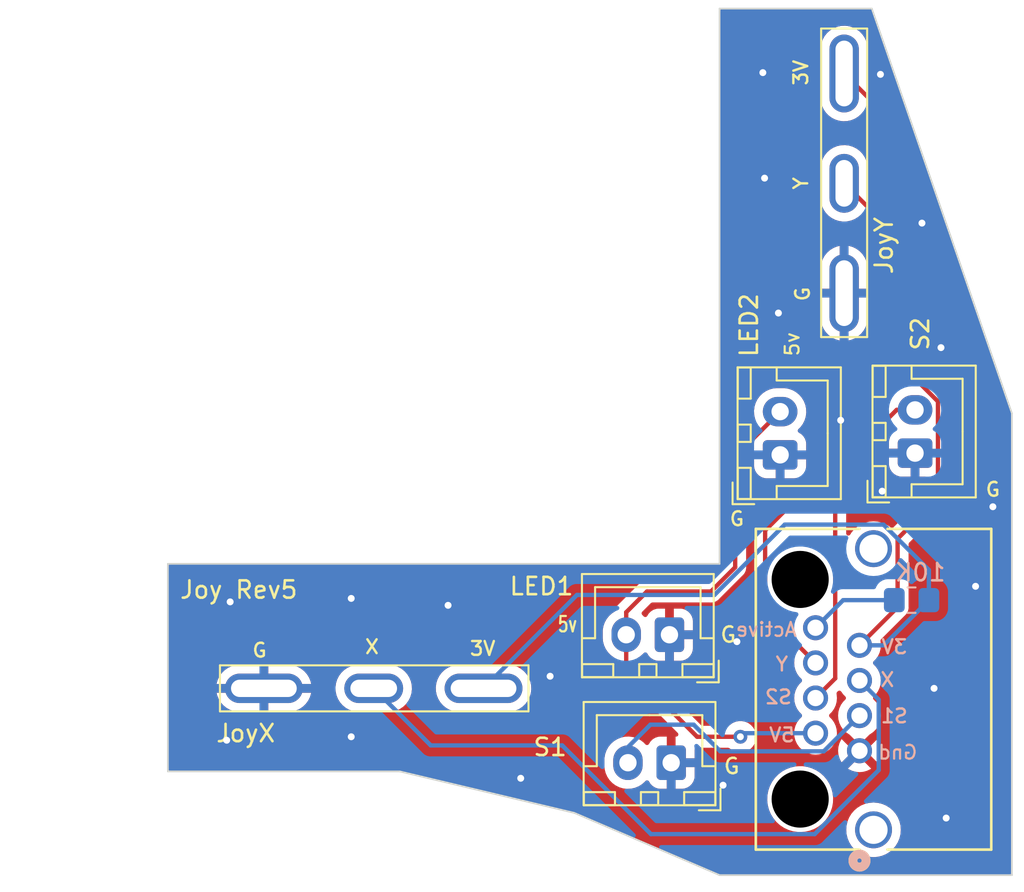
<source format=kicad_pcb>
(kicad_pcb (version 20221018) (generator pcbnew)
  (layers (0 "F.Cu" signal) (31 "B.Cu" signal) (34 "B.Paste" user) (35 "F.Paste" user) (36 "B.SilkS" user "B.Silkscreen") (37 "F.SilkS" user "F.Silkscreen") (38 "B.Mask" user) (39 "F.Mask" user) (44 "Edge.Cuts" user))
  (net 0 "")
  (net 1 "Net-(J1-Pad8)")
  (net 2 "GND")
  (net 3 "+5V")
  (net 4 "Sound1")
  (net 5 "Sound2")
  (net 6 "JoystickX")
  (net 7 "JoystickY")
  (net 8 "+3.3V")
  (footprint "Connector_JST:JST_XH_B2B-XH-A_1x02_P2.50mm_Vertical" (layer "F.Cu") (at 176 99.2 180)
    (fp_text reference "J6" hide)
    (fp_text value "LED1" (at 7.4 2.8) (layer "F.SilkS"))
    (fp_line (start -2.85 -2.75) (end -2.85 -1.5) (stroke (width 0.12)) (layer "F.SilkS"))
    (fp_line (start -2.56 -2.46) (end -2.56 3.51) (stroke (width 0.12)) (layer "F.SilkS"))
    (fp_line (start -2.56 3.51) (end 5.06 3.51) (stroke (width 0.12)) (layer "F.SilkS"))
    (fp_line (start -2.55 -2.45) (end -2.55 -1.7) (stroke (width 0.12)) (layer "F.SilkS"))
    (fp_line (start -2.55 -1.7) (end -0.75 -1.7) (stroke (width 0.12)) (layer "F.SilkS"))
    (fp_line (start -2.55 -0.2) (end -1.8 -0.2) (stroke (width 0.12)) (layer "F.SilkS"))
    (fp_line (start -1.8 -0.2) (end -1.8 2.75) (stroke (width 0.12)) (layer "F.SilkS"))
    (fp_line (start -1.8 2.75) (end 1.25 2.75) (stroke (width 0.12)) (layer "F.SilkS"))
    (fp_line (start -1.6 -2.75) (end -2.85 -2.75) (stroke (width 0.12)) (layer "F.SilkS"))
    (fp_line (start -0.75 -2.45) (end -2.55 -2.45) (stroke (width 0.12)) (layer "F.SilkS"))
    (fp_line (start -0.75 -1.7) (end -0.75 -2.45) (stroke (width 0.12)) (layer "F.SilkS"))
    (fp_line (start 0.75 -2.45) (end 0.75 -1.7) (stroke (width 0.12)) (layer "F.SilkS"))
    (fp_line (start 0.75 -1.7) (end 1.75 -1.7) (stroke (width 0.12)) (layer "F.SilkS"))
    (fp_line (start 1.75 -2.45) (end 0.75 -2.45) (stroke (width 0.12)) (layer "F.SilkS"))
    (fp_line (start 1.75 -1.7) (end 1.75 -2.45) (stroke (width 0.12)) (layer "F.SilkS"))
    (fp_line (start 3.25 -2.45) (end 3.25 -1.7) (stroke (width 0.12)) (layer "F.SilkS"))
    (fp_line (start 3.25 -1.7) (end 5.05 -1.7) (stroke (width 0.12)) (layer "F.SilkS"))
    (fp_line (start 4.3 -0.2) (end 4.3 2.75) (stroke (width 0.12)) (layer "F.SilkS"))
    (fp_line (start 4.3 2.75) (end 1.25 2.75) (stroke (width 0.12)) (layer "F.SilkS"))
    (fp_line (start 5.05 -2.45) (end 3.25 -2.45) (stroke (width 0.12)) (layer "F.SilkS"))
    (fp_line (start 5.05 -1.7) (end 5.05 -2.45) (stroke (width 0.12)) (layer "F.SilkS"))
    (fp_line (start 5.05 -0.2) (end 4.3 -0.2) (stroke (width 0.12)) (layer "F.SilkS"))
    (fp_line (start 5.06 -2.46) (end -2.56 -2.46) (stroke (width 0.12)) (layer "F.SilkS"))
    (fp_line (start 5.06 3.51) (end 5.06 -2.46) (stroke (width 0.12)) (layer "F.SilkS"))
    (pad "1" thru_hole roundrect (at 0 0 180) (size 1.7 2) (drill 1) (layers "*.Cu" "*.Mask") (roundrect_rratio 0.147059) (net 2 "GND"))
    (pad "2" thru_hole oval (at 2.5 0 180) (size 1.7 2) (drill 1) (layers "*.Cu" "*.Mask") (net 3 "+5V"))
  )
  (footprint "Useful Modifications:CONN_RJHSE-3380_AMP" (layer "F.Cu") (at 186.9872 105.90868 -90)
    (fp_text reference "J1" hide)
    (fp_text value "RJHSE-3380")
    (fp_circle (center 6.35 0) (end 6.731 0) (stroke (width 0.508)) (fill none) (layer "B.SilkS"))
    (fp_line (start -12.827 -7.62) (end -12.827 -1.620428) (stroke (width 0.1524)) (layer "F.SilkS"))
    (fp_line (start -12.827 -0.005172) (end -12.827 5.9944) (stroke (width 0.1524)) (layer "F.SilkS"))
    (fp_line (start -12.827 5.9944) (end 5.715 5.9944) (stroke (width 0.1524)) (layer "F.SilkS"))
    (fp_line (start 5.715 -7.62) (end -12.827 -7.62) (stroke (width 0.1524)) (layer "F.SilkS"))
    (fp_line (start 5.715 -1.620428) (end 5.715 -7.62) (stroke (width 0.1524)) (layer "F.SilkS"))
    (fp_line (start 5.715 5.9944) (end 5.715 -0.005172) (stroke (width 0.1524)) (layer "F.SilkS"))
    (fp_arc (start 6.024823 -0.198547) (mid 6.453123 -0.366779) (end 6.731 0) (stroke (width 0.508)) (layer "F.SilkS"))
    (fp_arc (start 6.731 0) (mid 6.291296 0.37645) (end 5.98709 -0.116007) (stroke (width 0.508)) (layer "F.SilkS"))
    (pad "" np_thru_hole circle (at -9.906 3.429 270) (size 3.302 3.302) (drill 3.302) (layers))
    (pad "" np_thru_hole circle (at 2.794 3.429 270) (size 3.302 3.302) (drill 3.302) (layers))
    (pad "1" thru_hole circle (at 0 0 270) (size 1.4478 1.4478) (drill 0.9398) (layers "*.Cu" "*.Mask") (net 2 "GND"))
    (pad "2" thru_hole circle (at -1.016 2.54 270) (size 1.4478 1.4478) (drill 0.9398) (layers "*.Cu" "*.Mask") (net 3 "+5V"))
    (pad "3" thru_hole circle (at -2.032 0 270) (size 1.4478 1.4478) (drill 0.9398) (layers "*.Cu" "*.Mask") (net 4 "Sound1"))
    (pad "4" thru_hole circle (at -3.048 2.54 270) (size 1.4478 1.4478) (drill 0.9398) (layers "*.Cu" "*.Mask") (net 5 "Sound2"))
    (pad "5" thru_hole circle (at -4.064 0 270) (size 1.4478 1.4478) (drill 0.9398) (layers "*.Cu" "*.Mask") (net 6 "JoystickX"))
    (pad "6" thru_hole circle (at -5.08 2.54 270) (size 1.4478 1.4478) (drill 0.9398) (layers "*.Cu" "*.Mask") (net 7 "JoystickY"))
    (pad "7" thru_hole circle (at -6.096 0 270) (size 1.4478 1.4478) (drill 0.9398) (layers "*.Cu" "*.Mask") (net 8 "+3.3V"))
    (pad "8" thru_hole circle (at -7.112 2.54 270) (size 1.4478 1.4478) (drill 0.9398) (layers "*.Cu" "*.Mask") (net 1 "Net-(J1-Pad8)"))
    (pad "9" thru_hole circle (at -11.684 -0.8128 270) (size 2.1336 2.1336) (drill 1.6256) (layers "*.Cu" "*.Mask"))
    (pad "10" thru_hole circle (at 4.572 -0.8128 270) (size 2.1336 2.1336) (drill 1.6256) (layers "*.Cu" "*.Mask"))
  )
  (footprint "Useful Modifications:Analog_joystick_pot" (layer "F.Cu") (at 158.9 102.3 90)
    (fp_text reference "J4")
    (fp_text value "JoyX" (at -2.6 -7.4 180) (layer "F.SilkS"))
    (fp_line (start -1.33 -8.89) (end -1.33 8.95) (stroke (width 0.12)) (layer "F.SilkS"))
    (fp_line (start -1.33 -8.89) (end 1.33 -8.89) (stroke (width 0.12)) (layer "F.SilkS"))
    (fp_line (start -1.33 8.95) (end 1.33 8.95) (stroke (width 0.12)) (layer "F.SilkS"))
    (fp_line (start 1.33 -8.89) (end 1.33 8.95) (stroke (width 0.12)) (layer "F.SilkS"))
    (pad "1" thru_hole oval (at 0 -6.35 90) (size 1.7 4.5) (drill oval 1 3.8) (layers "*.Cu" "*.Mask") (net 2 "GND"))
    (pad "2" thru_hole oval (at 0 0 90) (size 1.7 3.4) (drill oval 1 2.7) (layers "*.Cu" "*.Mask") (net 6 "JoystickX"))
    (pad "3" thru_hole oval (at 0 6.35 90) (size 1.7 4.5) (drill oval 1 3.8) (layers "*.Cu" "*.Mask") (net 8 "+3.3V"))
  )
  (footprint "Connector_JST:JST_XH_B2B-XH-A_1x02_P2.50mm_Vertical" (layer "F.Cu") (at 182.4 88.8 90)
    (fp_text reference "J7" hide)
    (fp_text value "LED2" (at 7.5 -1.8 90) (layer "F.SilkS"))
    (fp_line (start -2.85 -2.75) (end -2.85 -1.5) (stroke (width 0.12)) (layer "F.SilkS"))
    (fp_line (start -2.56 -2.46) (end -2.56 3.51) (stroke (width 0.12)) (layer "F.SilkS"))
    (fp_line (start -2.56 3.51) (end 5.06 3.51) (stroke (width 0.12)) (layer "F.SilkS"))
    (fp_line (start -2.55 -2.45) (end -2.55 -1.7) (stroke (width 0.12)) (layer "F.SilkS"))
    (fp_line (start -2.55 -1.7) (end -0.75 -1.7) (stroke (width 0.12)) (layer "F.SilkS"))
    (fp_line (start -2.55 -0.2) (end -1.8 -0.2) (stroke (width 0.12)) (layer "F.SilkS"))
    (fp_line (start -1.8 -0.2) (end -1.8 2.75) (stroke (width 0.12)) (layer "F.SilkS"))
    (fp_line (start -1.8 2.75) (end 1.25 2.75) (stroke (width 0.12)) (layer "F.SilkS"))
    (fp_line (start -1.6 -2.75) (end -2.85 -2.75) (stroke (width 0.12)) (layer "F.SilkS"))
    (fp_line (start -0.75 -2.45) (end -2.55 -2.45) (stroke (width 0.12)) (layer "F.SilkS"))
    (fp_line (start -0.75 -1.7) (end -0.75 -2.45) (stroke (width 0.12)) (layer "F.SilkS"))
    (fp_line (start 0.75 -2.45) (end 0.75 -1.7) (stroke (width 0.12)) (layer "F.SilkS"))
    (fp_line (start 0.75 -1.7) (end 1.75 -1.7) (stroke (width 0.12)) (layer "F.SilkS"))
    (fp_line (start 1.75 -2.45) (end 0.75 -2.45) (stroke (width 0.12)) (layer "F.SilkS"))
    (fp_line (start 1.75 -1.7) (end 1.75 -2.45) (stroke (width 0.12)) (layer "F.SilkS"))
    (fp_line (start 3.25 -2.45) (end 3.25 -1.7) (stroke (width 0.12)) (layer "F.SilkS"))
    (fp_line (start 3.25 -1.7) (end 5.05 -1.7) (stroke (width 0.12)) (layer "F.SilkS"))
    (fp_line (start 4.3 -0.2) (end 4.3 2.75) (stroke (width 0.12)) (layer "F.SilkS"))
    (fp_line (start 4.3 2.75) (end 1.25 2.75) (stroke (width 0.12)) (layer "F.SilkS"))
    (fp_line (start 5.05 -2.45) (end 3.25 -2.45) (stroke (width 0.12)) (layer "F.SilkS"))
    (fp_line (start 5.05 -1.7) (end 5.05 -2.45) (stroke (width 0.12)) (layer "F.SilkS"))
    (fp_line (start 5.05 -0.2) (end 4.3 -0.2) (stroke (width 0.12)) (layer "F.SilkS"))
    (fp_line (start 5.06 -2.46) (end -2.56 -2.46) (stroke (width 0.12)) (layer "F.SilkS"))
    (fp_line (start 5.06 3.51) (end 5.06 -2.46) (stroke (width 0.12)) (layer "F.SilkS"))
    (pad "1" thru_hole roundrect (at 0 0 90) (size 1.7 2) (drill 1) (layers "*.Cu" "*.Mask") (roundrect_rratio 0.147059) (net 2 "GND"))
    (pad "2" thru_hole oval (at 2.5 0 90) (size 1.7 2) (drill 1) (layers "*.Cu" "*.Mask") (net 3 "+5V"))
  )
  (footprint "Connector_JST:JST_XH_B2B-XH-A_1x02_P2.50mm_Vertical" (layer "F.Cu") (at 190.2 88.7 90)
    (fp_text reference "J3" hide)
    (fp_text value "S2" (at 6.9 0.3 90) (layer "F.SilkS"))
    (fp_line (start -2.85 -2.75) (end -2.85 -1.5) (stroke (width 0.12)) (layer "F.SilkS"))
    (fp_line (start -2.56 -2.46) (end -2.56 3.51) (stroke (width 0.12)) (layer "F.SilkS"))
    (fp_line (start -2.56 3.51) (end 5.06 3.51) (stroke (width 0.12)) (layer "F.SilkS"))
    (fp_line (start -2.55 -2.45) (end -2.55 -1.7) (stroke (width 0.12)) (layer "F.SilkS"))
    (fp_line (start -2.55 -1.7) (end -0.75 -1.7) (stroke (width 0.12)) (layer "F.SilkS"))
    (fp_line (start -2.55 -0.2) (end -1.8 -0.2) (stroke (width 0.12)) (layer "F.SilkS"))
    (fp_line (start -1.8 -0.2) (end -1.8 2.75) (stroke (width 0.12)) (layer "F.SilkS"))
    (fp_line (start -1.8 2.75) (end 1.25 2.75) (stroke (width 0.12)) (layer "F.SilkS"))
    (fp_line (start -1.6 -2.75) (end -2.85 -2.75) (stroke (width 0.12)) (layer "F.SilkS"))
    (fp_line (start -0.75 -2.45) (end -2.55 -2.45) (stroke (width 0.12)) (layer "F.SilkS"))
    (fp_line (start -0.75 -1.7) (end -0.75 -2.45) (stroke (width 0.12)) (layer "F.SilkS"))
    (fp_line (start 0.75 -2.45) (end 0.75 -1.7) (stroke (width 0.12)) (layer "F.SilkS"))
    (fp_line (start 0.75 -1.7) (end 1.75 -1.7) (stroke (width 0.12)) (layer "F.SilkS"))
    (fp_line (start 1.75 -2.45) (end 0.75 -2.45) (stroke (width 0.12)) (layer "F.SilkS"))
    (fp_line (start 1.75 -1.7) (end 1.75 -2.45) (stroke (width 0.12)) (layer "F.SilkS"))
    (fp_line (start 3.25 -2.45) (end 3.25 -1.7) (stroke (width 0.12)) (layer "F.SilkS"))
    (fp_line (start 3.25 -1.7) (end 5.05 -1.7) (stroke (width 0.12)) (layer "F.SilkS"))
    (fp_line (start 4.3 -0.2) (end 4.3 2.75) (stroke (width 0.12)) (layer "F.SilkS"))
    (fp_line (start 4.3 2.75) (end 1.25 2.75) (stroke (width 0.12)) (layer "F.SilkS"))
    (fp_line (start 5.05 -2.45) (end 3.25 -2.45) (stroke (width 0.12)) (layer "F.SilkS"))
    (fp_line (start 5.05 -1.7) (end 5.05 -2.45) (stroke (width 0.12)) (layer "F.SilkS"))
    (fp_line (start 5.05 -0.2) (end 4.3 -0.2) (stroke (width 0.12)) (layer "F.SilkS"))
    (fp_line (start 5.06 -2.46) (end -2.56 -2.46) (stroke (width 0.12)) (layer "F.SilkS"))
    (fp_line (start 5.06 3.51) (end 5.06 -2.46) (stroke (width 0.12)) (layer "F.SilkS"))
    (pad "1" thru_hole roundrect (at 0 0 90) (size 1.7 2) (drill 1) (layers "*.Cu" "*.Mask") (roundrect_rratio 0.147059) (net 2 "GND"))
    (pad "2" thru_hole oval (at 2.5 0 90) (size 1.7 2) (drill 1) (layers "*.Cu" "*.Mask") (net 5 "Sound2"))
  )
  (footprint "Useful Modifications:Analog_joystick_pot" (layer "F.Cu") (at 186.1 73.1 180)
    (fp_text reference "J5")
    (fp_text value "JoyY" (at -2.3 -3.6 90) (layer "F.SilkS"))
    (fp_line (start -1.33 -8.89) (end -1.33 8.95) (stroke (width 0.12)) (layer "F.SilkS"))
    (fp_line (start -1.33 -8.89) (end 1.33 -8.89) (stroke (width 0.12)) (layer "F.SilkS"))
    (fp_line (start -1.33 8.95) (end 1.33 8.95) (stroke (width 0.12)) (layer "F.SilkS"))
    (fp_line (start 1.33 -8.89) (end 1.33 8.95) (stroke (width 0.12)) (layer "F.SilkS"))
    (pad "1" thru_hole oval (at 0 -6.35 180) (size 1.7 4.5) (drill oval 1 3.8) (layers "*.Cu" "*.Mask") (net 2 "GND"))
    (pad "2" thru_hole oval (at 0 0 180) (size 1.7 3.4) (drill oval 1 2.7) (layers "*.Cu" "*.Mask") (net 7 "JoystickY"))
    (pad "3" thru_hole oval (at 0 6.35 180) (size 1.7 4.5) (drill oval 1 3.8) (layers "*.Cu" "*.Mask") (net 8 "+3.3V"))
  )
  (footprint "Connector_JST:JST_XH_B2B-XH-A_1x02_P2.50mm_Vertical" (layer "F.Cu") (at 176.1 106.6 180)
    (fp_text reference "J2" hide)
    (fp_text value "S1" (at 7 0.9) (layer "F.SilkS"))
    (fp_line (start -2.85 -2.75) (end -2.85 -1.5) (stroke (width 0.12)) (layer "F.SilkS"))
    (fp_line (start -2.56 -2.46) (end -2.56 3.51) (stroke (width 0.12)) (layer "F.SilkS"))
    (fp_line (start -2.56 3.51) (end 5.06 3.51) (stroke (width 0.12)) (layer "F.SilkS"))
    (fp_line (start -2.55 -2.45) (end -2.55 -1.7) (stroke (width 0.12)) (layer "F.SilkS"))
    (fp_line (start -2.55 -1.7) (end -0.75 -1.7) (stroke (width 0.12)) (layer "F.SilkS"))
    (fp_line (start -2.55 -0.2) (end -1.8 -0.2) (stroke (width 0.12)) (layer "F.SilkS"))
    (fp_line (start -1.8 -0.2) (end -1.8 2.75) (stroke (width 0.12)) (layer "F.SilkS"))
    (fp_line (start -1.8 2.75) (end 1.25 2.75) (stroke (width 0.12)) (layer "F.SilkS"))
    (fp_line (start -1.6 -2.75) (end -2.85 -2.75) (stroke (width 0.12)) (layer "F.SilkS"))
    (fp_line (start -0.75 -2.45) (end -2.55 -2.45) (stroke (width 0.12)) (layer "F.SilkS"))
    (fp_line (start -0.75 -1.7) (end -0.75 -2.45) (stroke (width 0.12)) (layer "F.SilkS"))
    (fp_line (start 0.75 -2.45) (end 0.75 -1.7) (stroke (width 0.12)) (layer "F.SilkS"))
    (fp_line (start 0.75 -1.7) (end 1.75 -1.7) (stroke (width 0.12)) (layer "F.SilkS"))
    (fp_line (start 1.75 -2.45) (end 0.75 -2.45) (stroke (width 0.12)) (layer "F.SilkS"))
    (fp_line (start 1.75 -1.7) (end 1.75 -2.45) (stroke (width 0.12)) (layer "F.SilkS"))
    (fp_line (start 3.25 -2.45) (end 3.25 -1.7) (stroke (width 0.12)) (layer "F.SilkS"))
    (fp_line (start 3.25 -1.7) (end 5.05 -1.7) (stroke (width 0.12)) (layer "F.SilkS"))
    (fp_line (start 4.3 -0.2) (end 4.3 2.75) (stroke (width 0.12)) (layer "F.SilkS"))
    (fp_line (start 4.3 2.75) (end 1.25 2.75) (stroke (width 0.12)) (layer "F.SilkS"))
    (fp_line (start 5.05 -2.45) (end 3.25 -2.45) (stroke (width 0.12)) (layer "F.SilkS"))
    (fp_line (start 5.05 -1.7) (end 5.05 -2.45) (stroke (width 0.12)) (layer "F.SilkS"))
    (fp_line (start 5.05 -0.2) (end 4.3 -0.2) (stroke (width 0.12)) (layer "F.SilkS"))
    (fp_line (start 5.06 -2.46) (end -2.56 -2.46) (stroke (width 0.12)) (layer "F.SilkS"))
    (fp_line (start 5.06 3.51) (end 5.06 -2.46) (stroke (width 0.12)) (layer "F.SilkS"))
    (pad "1" thru_hole roundrect (at 0 0 180) (size 1.7 2) (drill 1) (layers "*.Cu" "*.Mask") (roundrect_rratio 0.147059) (net 2 "GND"))
    (pad "2" thru_hole oval (at 2.5 0 180) (size 1.7 2) (drill 1) (layers "*.Cu" "*.Mask") (net 4 "Sound1"))
  )
  (footprint "Resistor_SMD:R_0805_2012Metric_Pad1.20x1.40mm_HandSolder" (layer "B.Cu") (at 190 97.2)
    (fp_text reference "R1")
    (fp_text value "10K" (at 0.5 -1.6) (layer "B.SilkS") (effects (justify mirror)))
    (fp_line (start -0.227064 -0.735) (end 0.227064 -0.735) (stroke (width 0.12)) (layer "B.SilkS"))
    (fp_line (start -0.227064 0.735) (end 0.227064 0.735) (stroke (width 0.12)) (layer "B.SilkS"))
    (pad "1" smd roundrect (at -1 0) (size 1.2 1.4) (layers "B.Cu" "B.Paste" "B.Mask") (roundrect_rratio 0.2083333333) (net 1 "Net-(J1-Pad8)"))
    (pad "2" smd roundrect (at 1 0) (size 1.2 1.4) (layers "B.Cu" "B.Paste" "B.Mask") (roundrect_rratio 0.2083333333) (net 8 "+3.3V"))
  )
  (gr_line (start 147 107.1) (end 160.4 107.1) (stroke (width 0.1)) (layer "Edge.Cuts"))
  (gr_line (start 147 95.1) (end 178.9 95.1) (stroke (width 0.1)) (layer "Edge.Cuts"))
  (gr_line (start 160.4 107.1) (end 170.5 109.5) (stroke (width 0.1)) (layer "Edge.Cuts"))
  (gr_line (start 178.9 63) (end 187.7 63) (stroke (width 0.1)) (layer "Edge.Cuts"))
  (gr_line (start 195.8 86.4) (end 187.7 63) (stroke (width 0.1)) (layer "Edge.Cuts"))
  (gr_line (start 178.9 95.1) (end 178.9 63) (stroke (width 0.1)) (layer "Edge.Cuts"))
  (gr_line (start 195.8 113.1) (end 195.8 86.4) (stroke (width 0.1)) (layer "Edge.Cuts"))
  (gr_line (start 170.5 109.5) (end 178.9 113.1) (stroke (width 0.1)) (layer "Edge.Cuts"))
  (gr_line (start 178.9 113.1) (end 195.8 113.1) (stroke (width 0.1)) (layer "Edge.Cuts"))
  (gr_line (start 147 107.1) (end 147 95.1) (stroke (width 0.1)) (layer "Edge.Cuts"))
  (gr_text "X" (at 188.6 101.8) (layer "B.SilkS") (effects (font (size 0.8 0.8) (thickness 0.1397)) (justify mirror)))
  (gr_text "Active" (at 181.6 98.9) (layer "B.SilkS") (effects (font (size 0.8 0.8) (thickness 0.127)) (justify mirror)))
  (gr_text "3V" (at 189 99.9) (layer "B.SilkS") (effects (font (size 0.8 0.8) (thickness 0.1397)) (justify mirror)))
  (gr_text "Y" (at 182.5 100.9) (layer "B.SilkS") (effects (font (size 0.8 0.8) (thickness 0.1397)) (justify mirror)))
  (gr_text "S2" (at 182.3 102.8) (layer "B.SilkS") (effects (font (size 0.8 0.8) (thickness 0.1397)) (justify mirror)))
  (gr_text "S1" (at 189 103.9) (layer "B.SilkS") (effects (font (size 0.8 0.8) (thickness 0.1397)) (justify mirror)))
  (gr_text "Gnd" (at 189.2 106) (layer "B.SilkS") (effects (font (size 0.8 0.8) (thickness 0.127)) (justify mirror)))
  (gr_text "5V" (at 182.5 105) (layer "B.SilkS") (effects (font (size 0.8 0.8) (thickness 0.1397)) (justify mirror)))
  (gr_text "G" (at 179.4 99.2) (layer "F.SilkS") (effects (font (size 0.889 0.889) (thickness 0.1397))))
  (gr_text "X" (at 158.8 99.9) (layer "F.SilkS") (effects (font (size 0.8 0.8) (thickness 0.1397))))
  (gr_text "G" (at 179.6 106.8) (layer "F.SilkS") (effects (font (size 0.889 0.889) (thickness 0.1397))))
  (gr_text "Joy Rev5" (at 151.1 96.6) (layer "F.SilkS") (effects (font (size 1 1))))
  (gr_text "5v" (at 183.1 82.4 90) (layer "F.SilkS") (effects (font (size 0.8 0.8) (thickness 0.125))))
  (gr_text "G" (at 194.7 90.8) (layer "F.SilkS") (effects (font (size 0.8 0.8) (thickness 0.1397))))
  (gr_text "G" (at 152.3 100.1) (layer "F.SilkS") (effects (font (size 0.8 0.8) (thickness 0.1397))))
  (gr_text "3V" (at 183.6 66.7 90) (layer "F.SilkS") (effects (font (size 0.8 0.8) (thickness 0.1397))))
  (gr_text "G" (at 183.7 79.5 90) (layer "F.SilkS") (effects (font (size 0.8 0.8) (thickness 0.1397))))
  (gr_text "Y" (at 183.6 73.1 90) (layer "F.SilkS") (effects (font (size 0.8 0.8) (thickness 0.1397))))
  (gr_text "G" (at 179.9 92.5) (layer "F.SilkS") (effects (font (size 0.8 0.8) (thickness 0.1397))))
  (gr_text "3V" (at 165.2 100) (layer "F.SilkS") (effects (font (size 0.8 0.8) (thickness 0.1397))))
  (gr_text "5v" (at 170.1 98.6) (layer "F.SilkS") (effects (font (size 0.889 0.635) (thickness 0.127))))
  (segment (start 186.04388 97.2) (end 189 97.2) (width 0.25) (layer "B.Cu") (net 1))
  (segment (start 184.4472 98.79668) (end 186.04388 97.2) (width 0.25) (layer "B.Cu") (net 1))
  (via (at 169.1 101.6) (size 0.8) (drill 0.4) (layers "F.Cu" "B.Cu") (net 2))
  (via (at 181.5 72.8) (size 0.8) (drill 0.4) (layers "F.Cu" "B.Cu") (net 2))
  (via (at 193.7 96.4) (size 0.8) (drill 0.4) (layers "F.Cu" "B.Cu") (net 2))
  (via (at 188.2 66.8) (size 0.8) (drill 0.4) (layers "F.Cu" "B.Cu") (net 2))
  (via (at 179.1 107.9) (size 0.8) (drill 0.4) (layers "F.Cu" "B.Cu") (net 2))
  (via (at 157.6 105.1) (size 0.8) (drill 0.4) (layers "F.Cu" "B.Cu") (net 2))
  (via (at 192 109.8) (size 0.8) (drill 0.4) (layers "F.Cu" "B.Cu") (net 2))
  (via (at 190.6 75.4) (size 0.8) (drill 0.4) (layers "F.Cu" "B.Cu") (net 2))
  (via (at 163.2 97.5) (size 0.8) (drill 0.4) (layers "F.Cu" "B.Cu") (net 2))
  (via (at 182.3 80.6) (size 0.8) (drill 0.4) (layers "F.Cu" "B.Cu") (net 2))
  (via (at 150.4 105.3) (size 0.8) (drill 0.4) (layers "F.Cu" "B.Cu") (net 2))
  (via (at 181.4 66.7) (size 0.8) (drill 0.4) (layers "F.Cu" "B.Cu") (net 2))
  (via (at 194.7 91.8) (size 0.8) (drill 0.4) (layers "F.Cu" "B.Cu") (net 2))
  (via (at 179.9 99.6) (size 0.8) (drill 0.4) (layers "F.Cu" "B.Cu") (net 2))
  (via (at 191.7 82.6) (size 0.8) (drill 0.4) (layers "F.Cu" "B.Cu") (net 2))
  (via (at 191.3 102.3) (size 0.8) (drill 0.4) (layers "F.Cu" "B.Cu") (net 2))
  (via (at 185.9 86.8) (size 0.8) (drill 0.4) (layers "F.Cu" "B.Cu") (net 2))
  (via (at 150.6 97.3) (size 0.8) (drill 0.4) (layers "F.Cu" "B.Cu") (net 2))
  (via (at 157.6 97.1) (size 0.8) (drill 0.4) (layers "F.Cu" "B.Cu") (net 2))
  (via (at 188.3 90.9) (size 0.8) (drill 0.4) (layers "F.Cu" "B.Cu") (net 2))
  (via (at 167.4 107.5) (size 0.8) (drill 0.4) (layers "F.Cu" "B.Cu") (net 2))
  (segment (start 179.8 88.9) (end 182.4 86.3) (width 0.25) (layer "F.Cu") (net 3))
  (segment (start 179.8 95.3) (end 179.8 88.9) (width 0.25) (layer "F.Cu") (net 3))
  (segment (start 173.5 101) (end 177.6 105.1) (width 0.25) (layer "F.Cu") (net 3))
  (segment (start 173.5 99.2) (end 173.5 101) (width 0.25) (layer "F.Cu") (net 3))
  (segment (start 178.4 96.7) (end 179.8 95.3) (width 0.25) (layer "F.Cu") (net 3))
  (segment (start 173.5 99.2) (end 173.5 97.9) (width 0.25) (layer "F.Cu") (net 3))
  (segment (start 174.7 96.7) (end 178.4 96.7) (width 0.25) (layer "F.Cu") (net 3))
  (segment (start 173.5 97.9) (end 174.7 96.7) (width 0.25) (layer "F.Cu") (net 3))
  (segment (start 177.6 105.1) (end 180.1 105.1) (width 0.25) (layer "F.Cu") (net 3))
  (via (at 180.1 105.1) (size 0.8) (drill 0.4) (layers "F.Cu" "B.Cu") (net 3))
  (segment (start 180.30732 104.89268) (end 184.4472 104.89268) (width 0.25) (layer "B.Cu") (net 3))
  (segment (start 180.1 105.1) (end 180.30732 104.89268) (width 0.25) (layer "B.Cu") (net 3))
  (segment (start 178.94158 105.94158) (end 177.4 104.4) (width 0.25) (layer "B.Cu") (net 4))
  (segment (start 177.4 104.4) (end 174.9 104.4) (width 0.25) (layer "B.Cu") (net 4))
  (segment (start 186.9872 103.87668) (end 184.9223 105.94158) (width 0.25) (layer "B.Cu") (net 4))
  (segment (start 184.9223 105.94158) (end 178.94158 105.94158) (width 0.25) (layer "B.Cu") (net 4))
  (segment (start 174.9 104.4) (end 173.6 105.7) (width 0.25) (layer "B.Cu") (net 4))
  (segment (start 173.6 105.7) (end 173.6 106.6) (width 0.25) (layer "B.Cu") (net 4))
  (segment (start 185.5842 89.752196) (end 185.5842 101.72368) (width 0.25) (layer "F.Cu") (net 5))
  (segment (start 189.136396 86.2) (end 185.5842 89.752196) (width 0.25) (layer "F.Cu") (net 5))
  (segment (start 190.2 86.2) (end 189.136396 86.2) (width 0.25) (layer "F.Cu") (net 5))
  (segment (start 185.5842 101.72368) (end 184.4472 102.86068) (width 0.25) (layer "F.Cu") (net 5))
  (segment (start 174.92868 110.72868) (end 184.397397 110.72868) (width 0.25) (layer "B.Cu") (net 6))
  (segment (start 162.2 105.6) (end 169.8 105.6) (width 0.25) (layer "B.Cu") (net 6))
  (segment (start 169.8 105.6) (end 174.92868 110.72868) (width 0.25) (layer "B.Cu") (net 6))
  (segment (start 184.397397 110.72868) (end 188.1 107.026077) (width 0.25) (layer "B.Cu") (net 6))
  (segment (start 188.1 107.026077) (end 188.1 102.95748) (width 0.25) (layer "B.Cu") (net 6))
  (segment (start 158.9 102.3) (end 162.2 105.6) (width 0.25) (layer "B.Cu") (net 6))
  (segment (start 188.1 102.95748) (end 186.9872 101.84468) (width 0.25) (layer "B.Cu") (net 6))
  (segment (start 184.4472 100.82868) (end 181.5322 97.91368) (width 0.25) (layer "F.Cu") (net 7))
  (segment (start 181.5322 93.1678) (end 188.4 86.3) (width 0.25) (layer "F.Cu") (net 7))
  (segment (start 181.5322 97.91368) (end 181.5322 93.1678) (width 0.25) (layer "F.Cu") (net 7))
  (segment (start 188.4 75.4) (end 186.1 73.1) (width 0.25) (layer "F.Cu") (net 7))
  (segment (start 188.4 86.3) (end 188.4 75.4) (width 0.25) (layer "F.Cu") (net 7))
  (segment (start 188.85 69.5) (end 188.85 83.038299) (width 0.25) (layer "F.Cu") (net 8))
  (segment (start 191.525 91.314977) (end 189.1918 93.648177) (width 0.25) (layer "F.Cu") (net 8))
  (segment (start 189.1918 97.60808) (end 186.9872 99.81268) (width 0.25) (layer "F.Cu") (net 8))
  (segment (start 191.525 85.713299) (end 191.525 91.314977) (width 0.25) (layer "F.Cu") (net 8))
  (segment (start 186.1 66.75) (end 188.85 69.5) (width 0.25) (layer "F.Cu") (net 8))
  (segment (start 189.1918 93.648177) (end 189.1918 97.60808) (width 0.25) (layer "F.Cu") (net 8))
  (segment (start 188.85 83.038299) (end 191.525 85.713299) (width 0.25) (layer "F.Cu") (net 8))
  (segment (start 170.65 96.9) (end 178.6 96.9) (width 0.25) (layer "B.Cu") (net 8))
  (segment (start 188.38732 99.81268) (end 191 97.2) (width 0.25) (layer "B.Cu") (net 8))
  (segment (start 188.376503 92.83288) (end 191 95.456377) (width 0.25) (layer "B.Cu") (net 8))
  (segment (start 186.9872 99.81268) (end 188.38732 99.81268) (width 0.25) (layer "B.Cu") (net 8))
  (segment (start 182.66712 92.83288) (end 188.376503 92.83288) (width 0.25) (layer "B.Cu") (net 8))
  (segment (start 165.25 102.3) (end 170.65 96.9) (width 0.25) (layer "B.Cu") (net 8))
  (segment (start 178.6 96.9) (end 182.66712 92.83288) (width 0.25) (layer "B.Cu") (net 8))
  (segment (start 191 95.456377) (end 191 97.2) (width 0.25) (layer "B.Cu") (net 8))
  (zone (net 2) (net_name "GND") (layers "F&B.Cu") (connect_pads (clearance 0.508)) (min_thickness 0.254) (fill yes (thermal_gap 0.508) (thermal_bridge_width 0.508))
    (polygon (pts (xy 196.5 86.4) (xy 195.8 114.1) (xy 179.1 113.6) (xy 169.7 110.4) (xy 160.2 107.7) (xy 146.4 107.7) (xy 146.2 94.6) (xy 178.3 94.6) (xy 178 62.5) (xy 188.3 62.5)))
  )
)
</source>
